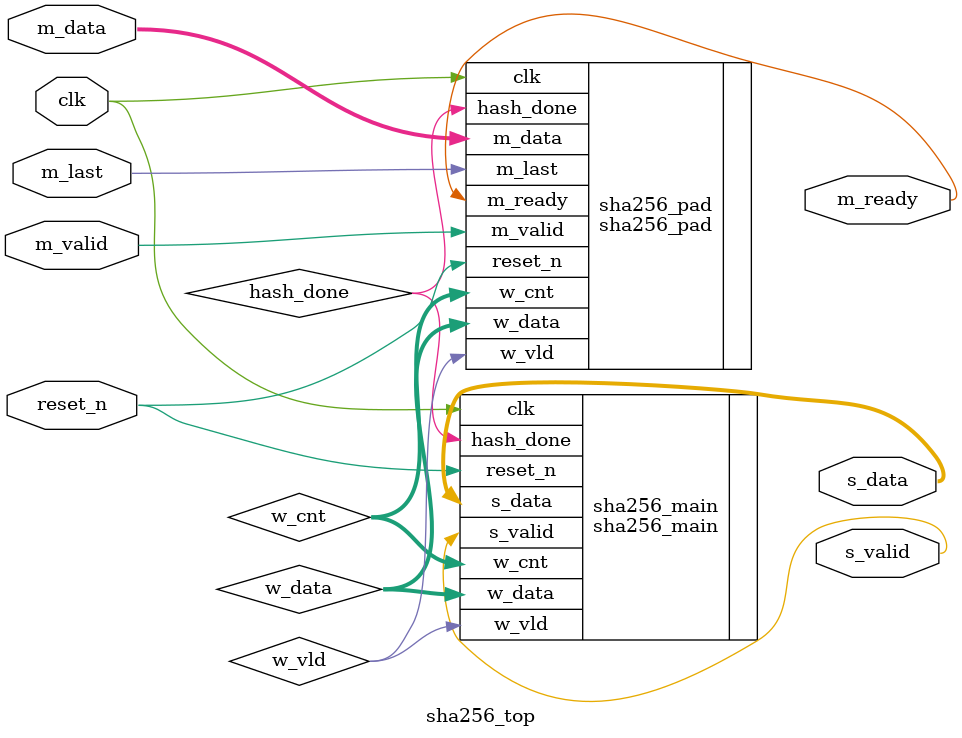
<source format=v>
module sha256_top
  (
   input          clk       ,
   input          reset_n   ,

   input          m_valid   ,
   input [31:0]   m_data    ,
   input          m_last    ,
//   input [1:0]    m_last_sz ,

   output         m_ready   ,
   output         s_valid   ,
   output [255:0] s_data
   ) ;

  /*AUTOWIRE*/
  // Beginning of automatic wires (for undeclared instantiated-module outputs)
  wire                  hash_done;              // From sha256_main of sha256_main.v
  wire [5:0]            w_cnt;                  // From sha256_pad of sha256_pad.v
  wire [31:0]           w_data;                 // From sha256_pad of sha256_pad.v
  wire                  w_vld;                  // From sha256_pad of sha256_pad.v
  // End of automatics

  sha256_pad sha256_pad
    (/*AUTOINST*/
     // Outputs
     .m_ready                           (m_ready),
     .w_vld                             (w_vld),
     .w_cnt                             (w_cnt[5:0]),
     .w_data                            (w_data[31:0]),
     // Inputs
     .clk                               (clk),
     .reset_n                           (reset_n),
     .m_valid                           (m_valid),
     .m_data                            (m_data[31:0]),
     .m_last                            (m_last),
//     .m_last_sz                         (m_last_sz[1:0]),
     .hash_done                         (hash_done));
  sha256_main sha256_main
    (/*AUTOINST*/
     // Outputs
     .hash_done                         (hash_done),
     .s_valid                           (s_valid),
     .s_data                            (s_data[255:0]),
     // Inputs
     .clk                               (clk),
     .reset_n                           (reset_n),
     .w_vld                             (w_vld),
     .w_cnt                             (w_cnt[5:0]),
     .w_data                            (w_data[31:0]));

endmodule // sha256_top

// Local Variables:
// verilog-library-directories:(".")
// End:

</source>
